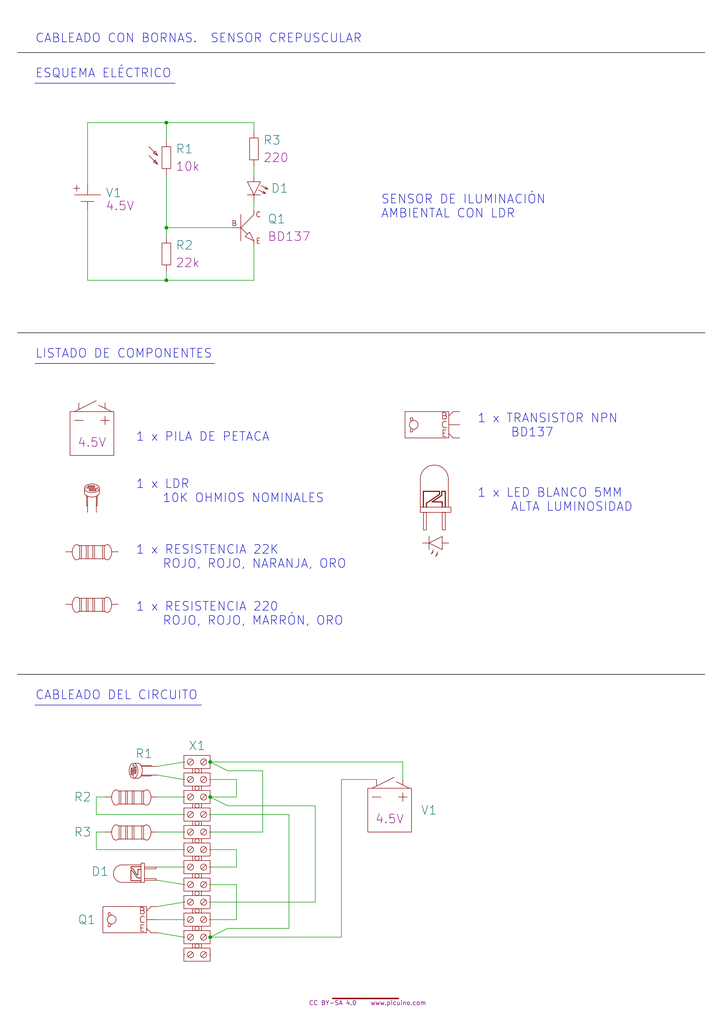
<source format=kicad_sch>
(kicad_sch (version 20211123) (generator eeschema)
  (paper "A4" portrait)
  (title_block (title "Circuitos eléctricos. Cableado con bornas.") (date "14/12/2018") (company "www.picuino.com") (comment 1 "Copyright (c) 2018 by Carlos Pardo") (comment 2 "License CC BY-SA 4.0"))
  (lib_symbols
    (symbol "electric-bornas-crepuscular-rescue:CopyRight-simbolos" (pin_names (offset 1.016))
      (property "License" "Licencia CC BY-SA 4.0" (at 9.525 5.715 0))
      (property "Author" "Carlos Pardo" (at 7.62 3.81 0))
      (property "Date" "© 2018" (at -1.27 3.81 0))
      (property "Web" "www.picuino.com" (at 9.525 1.905 0))
      (symbol "CopyRight-simbolos_0_1"
        (polyline (pts (xy 0 0) (xy 19.05 0)) (stroke (width 0.4064)))
      )
    )
    (symbol "electric-bornas-crepuscular-rescue:LDR-simbolos" (pin_names (offset 1.016))
      (property "Reference" "R" (at 1.905 -5.08 0))
      (symbol "LDR-simbolos_0_1"
        (rectangle (start -1.27 -1.905) (end 1.27 -8.255))
        (polyline (pts (xy -2.54 -6.985) (xy -5.08 -4.445)))
        (polyline (pts (xy -2.54 -4.445) (xy -5.08 -1.905)))
        (polyline (pts (xy -2.54 -6.985) (xy -3.175 -5.715) (xy -3.81 -6.35) (xy -2.54 -6.985)))
        (polyline (pts (xy -2.54 -4.445) (xy -3.175 -3.175) (xy -3.81 -3.81) (xy -2.54 -4.445)))
      )
      (symbol "LDR-simbolos_1_1"
        (pin input line (at 0 -10.16 90) (length 1.905) (name "") (number ""))
        (pin input line (at 0 0 270) (length 1.905) (name "") (number ""))
      )
    )
    (symbol "electric-bornas-crepuscular-rescue:LDR_pack-simbolos" (pin_names (offset 1.016))
      (property "Reference" "R" (at 6.731 12.065 0))
      (symbol "LDR_pack-simbolos_0_0"
        (arc (start -0.889 5.715) (mid -0.8284 5.3707) (end -0.635 5.08))
        (arc (start -0.635 5.08) (mid 1.27 4.445) (end 3.175 5.08))
        (arc (start -0.635 6.35) (mid 1.27 5.715) (end 3.175 6.35))
        (arc (start -0.635 7.62) (mid -0.898 6.985) (end -0.635 6.35))
        (arc (start -0.127 6.985) (mid -0.3048 7.1628) (end -0.508 6.985))
        (polyline (pts (xy -0.889 5.715) (xy -0.889 6.985)))
        (polyline (pts (xy 0 4.699) (xy 0 1.905)))
        (polyline (pts (xy 2.54 1.905) (xy 2.54 4.699)))
        (polyline (pts (xy 2.794 6.731) (xy 2.794 6.858)))
        (polyline (pts (xy 3.429 5.715) (xy 3.429 6.985)))
        (polyline (pts (xy 0 1.905) (xy -0.254 1.905) (xy -0.254 4.826)))
        (polyline (pts (xy 2.54 1.905) (xy 2.794 1.905) (xy 2.794 4.826)))
        (arc (start 3.048 6.985) (mid 2.8702 7.1628) (end 2.667 6.985))
        (arc (start 3.175 5.08) (mid 3.3787 5.3665) (end 3.429 5.715))
        (arc (start 3.175 6.35) (mid 3.438 6.985) (end 3.175 7.62))
        (arc (start 3.175 7.62) (mid 1.27 8.255) (end -0.635 7.62))
      )
      (symbol "LDR_pack-simbolos_0_1"
        (polyline (pts (xy 0.127 6.985) (xy 0.127 7.62) (xy 0.508 7.747) (xy 0.508 6.35) (xy 0.889 6.223) (xy 0.889 7.747) (xy 1.27 7.747) (xy 1.27 6.223)) (stroke (width 0.2032)))
        (polyline (pts (xy 2.413 6.985) (xy 2.413 6.35) (xy 2.032 6.223) (xy 2.032 7.62) (xy 1.651 7.747) (xy 1.651 6.223) (xy 1.27 6.223) (xy 1.27 7.747)) (stroke (width 0.2032)))
      )
      (symbol "LDR_pack-simbolos_1_1"
        (pin input line (at 0 0 90) (length 1.905) (name "") (number ""))
        (pin input line (at 2.54 0 90) (length 1.905) (name "") (number ""))
      )
    )
    (symbol "electric-bornas-crepuscular-rescue:LED_pack-simbolos" (pin_names (offset 1.016))
      (property "Reference" "D" (at 8.89 5.08 0))
      (symbol "LED_pack-simbolos_0_1"
        (polyline (pts (xy 0 0) (xy 0 9.652)))
        (polyline (pts (xy 2.54 -8.89) (xy 0.635 -8.89)))
        (polyline (pts (xy 2.54 -6.985) (xy 2.54 -10.795)))
        (polyline (pts (xy 3.175 -12.065) (xy 3.81 -11.43)))
        (polyline (pts (xy 3.81 -10.795) (xy 3.175 -12.065)))
        (polyline (pts (xy 4.445 -12.7) (xy 5.08 -12.065)))
        (polyline (pts (xy 5.08 -11.43) (xy 4.445 -12.7)))
        (polyline (pts (xy 6.35 -8.89) (xy 8.255 -8.89)))
        (polyline (pts (xy 8.128 1.524) (xy 8.128 9.652)))
        (polyline (pts (xy 0 1.524) (xy 8.89 1.524) (xy 8.89 0) (xy 0 0)))
        (polyline (pts (xy 6.35 -6.985) (xy 6.35 -10.795) (xy 2.54 -8.89) (xy 6.35 -6.985)))
        (polyline (pts (xy 0.889 1.524) (xy 0.889 6.096) (xy 5.588 6.096) (xy 5.588 5.207) (xy 1.778 2.667) (xy 1.778 1.524)) (stroke (width 0.3048)))
        (polyline (pts (xy 7.239 1.524) (xy 7.239 6.096) (xy 6.223 6.096) (xy 6.223 4.953) (xy 3.429 3.048) (xy 6.35 3.048) (xy 6.35 1.524)) (stroke (width 0.3048)))
        (rectangle (start 0.889 0) (end 1.778 -5.08))
        (rectangle (start 6.35 0) (end 7.239 -5.08))
        (arc (start 8.128 9.652) (mid 4.064 13.716) (end 0 9.652))
      )
    )
    (symbol "electric-bornas-crepuscular-rescue:LED_pack_5mm-simbolos" (pin_names (offset 1.016))
      (property "Reference" "D" (at 5.08 7.62 0))
      (symbol "LED_pack_5mm-simbolos_0_1"
        (polyline (pts (xy -0.635 10.287) (xy -0.635 4.826)))
        (polyline (pts (xy 0 1.905) (xy 0 3.81)))
        (polyline (pts (xy 3.81 1.905) (xy 3.81 3.81)))
        (polyline (pts (xy 4.445 10.287) (xy 4.445 4.826)))
        (polyline (pts (xy 0 0.508) (xy 0.508 0.508) (xy 0.508 3.81)))
        (polyline (pts (xy 3.81 0.508) (xy 3.302 0.508) (xy 3.302 3.81)))
        (polyline (pts (xy -0.127 4.826) (xy -0.127 7.747) (xy 2.921 7.747) (xy 2.921 7.493) (xy 0.635 5.842) (xy 0.635 4.826)) (stroke (width 0.2032)))
        (polyline (pts (xy 4.445 4.826) (xy -0.635 4.826) (xy -0.635 3.81) (xy 4.953 3.81) (xy 4.953 4.826) (xy 4.445 4.826)))
        (polyline (pts (xy 3.937 4.826) (xy 3.937 7.747) (xy 3.429 7.747) (xy 3.429 7.239) (xy 1.524 5.969) (xy 1.524 5.715) (xy 3.175 5.715) (xy 3.175 4.826)) (stroke (width 0.2032)))
        (arc (start 4.445 10.287) (mid 1.905 12.827) (end -0.635 10.287))
      )
      (symbol "LED_pack_5mm-simbolos_1_1"
        (pin input line (at 0 0 90) (length 1.905) (name "") (number ""))
        (pin input line (at 3.81 0 90) (length 1.905) (name "") (number ""))
      )
    )
    (symbol "electric-bornas-crepuscular-rescue:NPN-simbolos" (pin_names (offset 1.016))
      (property "Reference" "Q" (at 6.985 -5.08 0))
      (symbol "NPN-simbolos_0_0"
        (polyline (pts (xy 4.445 -6.985) (xy 2.54 -5.08)))
        (polyline (pts (xy 6.35 -8.89) (xy 5.08 -6.35) (xy 3.81 -7.62) (xy 6.35 -8.89)))
        (text "B" (at 0.635 -3.81 0) (effects (font (size 1.524 1.524))))
        (text "C" (at 7.62 -1.27 0) (effects (font (size 1.524 1.524))))
        (text "E" (at 7.62 -8.89 0) (effects (font (size 1.524 1.524))))
      )
      (symbol "NPN-simbolos_0_1"
        (polyline (pts (xy 2.54 -5.08) (xy 6.35 -1.27)))
        (polyline (pts (xy 2.54 -1.27) (xy 2.54 -8.89)))
      )
      (symbol "NPN-simbolos_1_1"
        (pin input line (at 0 -5.08 0) (length 2.54) (name "") (number ""))
        (pin input line (at 6.35 -10.16 90) (length 1.27) (name "") (number ""))
        (pin input line (at 6.35 0 270) (length 1.27) (name "") (number ""))
      )
    )
    (symbol "electric-bornas-crepuscular-rescue:Pila-simbolos" (pin_names (offset 1.016))
      (property "Reference" "V" (at 5.08 -4.445 0))
      (symbol "Pila-simbolos_0_1"
        (polyline (pts (xy -4.064 -1.27) (xy -2.286 -1.27)))
        (polyline (pts (xy -3.81 -3.175) (xy 3.81 -3.175)))
        (polyline (pts (xy -3.175 -0.381) (xy -3.175 -2.159)))
        (polyline (pts (xy -1.905 -5.08) (xy 1.905 -5.08)))
      )
      (symbol "Pila-simbolos_1_1"
        (pin input line (at 0 -7.62 90) (length 2.54) (name "") (number ""))
        (pin input line (at 0 0 270) (length 3.175) (name "") (number ""))
      )
    )
    (symbol "electric-bornas-crepuscular-rescue:TO225_pack-simbolos" (pin_names (offset 1.016))
      (property "Reference" "Q" (at -12.065 6.35 0))
      (symbol "TO225_pack-simbolos_0_0"
        (rectangle (start -15.875 -3.81) (end -3.175 3.81))
        (arc (start -14.351 -1.651) (mid -14.1523 -2.1064) (end -13.716 -1.905))
        (arc (start -13.716 1.905) (mid -14.1436 2.0845) (end -14.351 1.651))
        (circle (center -13.335 0) (radius 1.27))
        (polyline (pts (xy -14.097 -1.016) (xy -14.351 -1.651)))
        (polyline (pts (xy -14.097 1.016) (xy -14.351 1.651)))
        (polyline (pts (xy -13.462 -1.27) (xy -13.716 -1.905)))
        (polyline (pts (xy -13.462 1.27) (xy -13.716 1.905)))
        (polyline (pts (xy -1.905 -3.81) (xy -3.175 -2.54)))
        (polyline (pts (xy -1.905 0) (xy -3.175 0)))
        (polyline (pts (xy -1.905 3.81) (xy -3.175 2.54)))
        (text "B" (at -4.445 2.54 0) (effects (font (size 1.905 1.905))))
        (text "C" (at -4.445 0 0) (effects (font (size 1.905 1.905))))
        (text "E" (at -4.445 -2.54 0) (effects (font (size 1.905 1.905))))
      )
      (symbol "TO225_pack-simbolos_1_1"
        (pin input line (at 0 -3.81 180) (length 1.905) (name "") (number ""))
        (pin input line (at 0 0 180) (length 1.905) (name "") (number ""))
        (pin input line (at 0 3.81 180) (length 1.905) (name "") (number ""))
      )
    )
    (symbol "electric-bornas-crepuscular-rescue:borna_12x2-simbolos" (pin_names (offset 1.016))
      (property "Reference" "X" (at 3.81 3.81 0))
      (symbol "borna_12x2-simbolos_0_1"
        (rectangle (start 0 -53.975) (end 7.62 -57.785))
        (rectangle (start 0 -48.895) (end 7.62 -52.705))
        (rectangle (start 0 -43.815) (end 7.62 -47.625))
        (rectangle (start 0 -38.735) (end 7.62 -42.545))
        (rectangle (start 0 -33.655) (end 7.62 -37.465))
        (rectangle (start 0 -28.575) (end 7.62 -32.385))
        (rectangle (start 0 -23.495) (end 7.62 -27.305))
        (rectangle (start 0 -18.415) (end 7.62 -22.225))
        (rectangle (start 0 -13.335) (end 7.62 -17.145))
        (rectangle (start 0 -8.255) (end 7.62 -12.065))
        (rectangle (start 0 -3.175) (end 7.62 -6.985))
        (polyline (pts (xy 1.27 -56.515) (xy 2.54 -55.245)))
        (polyline (pts (xy 1.27 -51.435) (xy 2.54 -50.165)))
        (polyline (pts (xy 1.27 -46.355) (xy 2.54 -45.085)))
        (polyline (pts (xy 1.27 -41.275) (xy 2.54 -40.005)))
        (polyline (pts (xy 1.27 -36.195) (xy 2.54 -34.925)))
        (polyline (pts (xy 1.27 -31.115) (xy 2.54 -29.845)))
        (polyline (pts (xy 1.27 -26.035) (xy 2.54 -24.765)))
        (polyline (pts (xy 1.27 -20.955) (xy 2.54 -19.685)))
        (polyline (pts (xy 1.27 -15.875) (xy 2.54 -14.605)))
        (polyline (pts (xy 1.27 -10.795) (xy 2.54 -9.525)))
        (polyline (pts (xy 1.27 -5.715) (xy 2.54 -4.445)))
        (polyline (pts (xy 1.27 -0.635) (xy 2.54 0.635)))
        (polyline (pts (xy 2.54 -53.975) (xy 2.54 -52.705)))
        (polyline (pts (xy 2.54 -48.895) (xy 2.54 -47.625)))
        (polyline (pts (xy 2.54 -43.815) (xy 2.54 -42.545)))
        (polyline (pts (xy 2.54 -38.735) (xy 2.54 -37.465)))
        (polyline (pts (xy 2.54 -33.655) (xy 2.54 -32.385)))
        (polyline (pts (xy 2.54 -28.575) (xy 2.54 -27.305)))
        (polyline (pts (xy 2.54 -23.495) (xy 2.54 -22.225)))
        (polyline (pts (xy 2.54 -18.415) (xy 2.54 -17.145)))
        (polyline (pts (xy 2.54 -13.335) (xy 2.54 -12.065)))
        (polyline (pts (xy 2.54 -8.255) (xy 2.54 -6.985)))
        (polyline (pts (xy 2.54 -3.175) (xy 2.54 -1.905)))
        (polyline (pts (xy 5.08 -56.515) (xy 6.35 -55.245)))
        (polyline (pts (xy 5.08 -53.975) (xy 5.08 -52.705)))
        (polyline (pts (xy 5.08 -51.435) (xy 6.35 -50.165)))
        (polyline (pts (xy 5.08 -48.895) (xy 5.08 -47.625)))
        (polyline (pts (xy 5.08 -46.355) (xy 6.35 -45.085)))
        (polyline (pts (xy 5.08 -43.815) (xy 5.08 -42.545)))
        (polyline (pts (xy 5.08 -41.275) (xy 6.35 -40.005)))
        (polyline (pts (xy 5.08 -38.735) (xy 5.08 -37.465)))
        (polyline (pts (xy 5.08 -36.195) (xy 6.35 -34.925)))
        (polyline (pts (xy 5.08 -33.655) (xy 5.08 -32.385)))
        (polyline (pts (xy 5.08 -31.115) (xy 6.35 -29.845)))
        (polyline (pts (xy 5.08 -28.575) (xy 5.08 -27.305)))
        (polyline (pts (xy 5.08 -26.035) (xy 6.35 -24.765)))
        (polyline (pts (xy 5.08 -23.495) (xy 5.08 -22.225)))
        (polyline (pts (xy 5.08 -20.955) (xy 6.35 -19.685)))
        (polyline (pts (xy 5.08 -18.415) (xy 5.08 -17.145)))
        (polyline (pts (xy 5.08 -15.875) (xy 6.35 -14.605)))
        (polyline (pts (xy 5.08 -13.335) (xy 5.08 -12.065)))
        (polyline (pts (xy 5.08 -10.795) (xy 6.35 -9.525)))
        (polyline (pts (xy 5.08 -8.255) (xy 5.08 -6.985)))
        (polyline (pts (xy 5.08 -5.715) (xy 6.35 -4.445)))
        (polyline (pts (xy 5.08 -3.175) (xy 5.08 -1.905)))
        (polyline (pts (xy 5.08 -0.635) (xy 6.35 0.635)))
        (rectangle (start 0 1.905) (end 7.62 -1.905))
        (circle (center 1.905 -55.88) (radius 0.889))
        (circle (center 1.905 -50.8) (radius 0.889))
        (circle (center 1.905 -45.72) (radius 0.889))
        (circle (center 1.905 -40.64) (radius 0.889))
        (circle (center 1.905 -35.56) (radius 0.889))
        (circle (center 1.905 -30.48) (radius 0.889))
        (circle (center 1.905 -25.4) (radius 0.889))
        (circle (center 1.905 -20.32) (radius 0.889))
        (circle (center 1.905 -15.24) (radius 0.889))
        (circle (center 1.905 -10.16) (radius 0.889))
        (circle (center 1.905 -5.08) (radius 0.889))
        (circle (center 1.905 0) (radius 0.889))
        (circle (center 3.81 -53.34) (radius 0.635))
        (circle (center 3.81 -48.26) (radius 0.635))
        (circle (center 3.81 -43.18) (radius 0.635))
        (circle (center 3.81 -38.1) (radius 0.635))
        (circle (center 3.81 -33.02) (radius 0.635))
        (circle (center 3.81 -27.94) (radius 0.635))
        (circle (center 3.81 -22.86) (radius 0.635))
        (circle (center 3.81 -17.78) (radius 0.635))
        (circle (center 3.81 -12.7) (radius 0.635))
        (circle (center 3.81 -7.62) (radius 0.635))
        (circle (center 3.81 -2.54) (radius 0.635))
        (circle (center 5.715 -55.88) (radius 0.889))
        (circle (center 5.715 -50.8) (radius 0.889))
        (circle (center 5.715 -45.72) (radius 0.889))
        (circle (center 5.715 -40.64) (radius 0.889))
        (circle (center 5.715 -35.56) (radius 0.889))
        (circle (center 5.715 -30.48) (radius 0.889))
        (circle (center 5.715 -25.4) (radius 0.889))
        (circle (center 5.715 -20.32) (radius 0.889))
        (circle (center 5.715 -15.24) (radius 0.889))
        (circle (center 5.715 -10.16) (radius 0.889))
        (circle (center 5.715 -5.08) (radius 0.889))
        (circle (center 5.715 0) (radius 0.889))
      )
      (symbol "borna_12x2-simbolos_1_1"
        (pin input line (at 0 -55.88 0) (length 0.254) (name "") (number ""))
        (pin input line (at 0 -50.8 0) (length 0.254) (name "") (number ""))
        (pin input line (at 0 -45.72 0) (length 0.254) (name "") (number ""))
        (pin input line (at 0 -40.64 0) (length 0.254) (name "") (number ""))
        (pin input line (at 0 -35.56 0) (length 0.254) (name "") (number ""))
        (pin input line (at 0 -30.48 0) (length 0.254) (name "") (number ""))
        (pin input line (at 0 -25.4 0) (length 0.254) (name "") (number ""))
        (pin input line (at 0 -20.32 0) (length 0.254) (name "") (number ""))
        (pin input line (at 0 -15.24 0) (length 0.254) (name "") (number ""))
        (pin input line (at 0 -10.16 0) (length 0.254) (name "") (number ""))
        (pin input line (at 0 -5.08 0) (length 0.254) (name "") (number ""))
        (pin input line (at 0 0 0) (length 0.254) (name "") (number ""))
        (pin input line (at 7.62 -55.88 180) (length 0.254) (name "") (number ""))
        (pin input line (at 7.62 -50.8 180) (length 0.254) (name "") (number ""))
        (pin input line (at 7.62 -45.72 180) (length 0.254) (name "") (number ""))
        (pin input line (at 7.62 -40.64 180) (length 0.254) (name "") (number ""))
        (pin input line (at 7.62 -35.56 180) (length 0.254) (name "") (number ""))
        (pin input line (at 7.62 -30.48 180) (length 0.254) (name "") (number ""))
        (pin input line (at 7.62 -25.4 180) (length 0.254) (name "") (number ""))
        (pin input line (at 7.62 -20.32 180) (length 0.254) (name "") (number ""))
        (pin input line (at 7.62 -15.24 180) (length 0.254) (name "") (number ""))
        (pin input line (at 7.62 -10.16 180) (length 0.254) (name "") (number ""))
        (pin input line (at 7.62 -5.08 180) (length 0.254) (name "") (number ""))
        (pin input line (at 7.62 0 180) (length 0.254) (name "") (number ""))
      )
    )
    (symbol "electric-bornas-crepuscular-rescue:diodo_led-simbolos" (pin_names (offset 1.016))
      (property "Reference" "D" (at 5.08 -3.81 0))
      (symbol "diodo_led-simbolos_0_1"
        (polyline (pts (xy 1.397 -4.318) (xy 3.429 -5.334)))
        (polyline (pts (xy 1.905 -5.715) (xy -1.905 -5.715)))
        (polyline (pts (xy 2.032 -3.048) (xy 4.064 -4.064)))
        (polyline (pts (xy 3.429 -5.334) (xy 2.3622 -5.1816)))
        (polyline (pts (xy 3.429 -5.334) (xy 2.667 -4.572)))
        (polyline (pts (xy 4.064 -4.064) (xy 2.9972 -3.9116)))
        (polyline (pts (xy 4.064 -4.064) (xy 3.302 -3.302)))
        (polyline (pts (xy 1.905 -1.905) (xy -1.905 -1.905) (xy 0 -5.715) (xy 1.905 -1.905)))
      )
      (symbol "diodo_led-simbolos_1_1"
        (pin input line (at 0 -7.62 90) (length 1.905) (name "") (number ""))
        (pin input line (at 0 0 270) (length 1.905) (name "") (number ""))
      )
    )
    (symbol "electric-bornas-crepuscular-rescue:pila_petaca-simbolos" (pin_names (offset 1.016))
      (property "Reference" "V" (at 11.43 -8.89 0))
      (property "V" "4.5V" (at 3.81 -12.7 0))
      (symbol "pila_petaca-simbolos_0_1"
        (rectangle (start -2.54 -2.54) (end 10.16 -15.24))
        (polyline (pts (xy -1.27 -5.08) (xy 1.27 -5.08)))
        (polyline (pts (xy -1.27 -2.54) (xy 5.08 0.635)))
        (polyline (pts (xy 7.62 -3.81) (xy 7.62 -6.35)))
        (polyline (pts (xy 8.89 -5.08) (xy 6.35 -5.08)))
        (polyline (pts (xy 9.525 -2.54) (xy 5.715 -0.635)))
      )
      (symbol "pila_petaca-simbolos_1_1"
        (pin input line (at 0 0 270) (length 1.905) (name "") (number ""))
        (pin input line (at 7.62 0 270) (length 1.524) (name "") (number ""))
      )
    )
    (symbol "electric-bornas-crepuscular-rescue:resistencia-simbolos" (pin_names (offset 1.016))
      (property "Reference" "R" (at 1.905 -5.08 0))
      (symbol "resistencia-simbolos_0_1"
        (rectangle (start -1.27 -1.905) (end 1.27 -8.255))
      )
      (symbol "resistencia-simbolos_1_1"
        (pin input line (at 0 -10.16 90) (length 1.905) (name "") (number ""))
        (pin input line (at 0 0 270) (length 1.905) (name "") (number ""))
      )
    )
    (symbol "electric-bornas-crepuscular-rescue:resistencia_pack-simbolos" (pin_names (offset 1.016))
      (property "Reference" "R" (at 6.35 3.81 0))
      (property "R" "100" (at 6.985 3.81 0))
      (symbol "resistencia_pack-simbolos_0_1"
        (polyline (pts (xy 3.81 -2.032) (xy 11.43 -2.032)))
        (polyline (pts (xy 3.81 1.778) (xy 11.43 1.778)))
        (polyline (pts (xy 4.064 1.778) (xy 4.064 -2.032)))
        (polyline (pts (xy 4.572 1.778) (xy 4.572 -2.032)))
        (polyline (pts (xy 5.969 1.778) (xy 5.969 -2.032)))
        (polyline (pts (xy 6.477 1.778) (xy 6.477 -2.032)))
        (polyline (pts (xy 7.874 1.778) (xy 7.874 -2.032)))
        (polyline (pts (xy 8.382 1.778) (xy 8.382 -2.032)))
        (polyline (pts (xy 10.668 1.778) (xy 10.668 -2.032)))
        (polyline (pts (xy 11.176 1.778) (xy 11.176 -2.032)))
        (arc (start 2.54 -2.032) (mid 3.175 -2.3372) (end 3.81 -2.032))
        (arc (start 2.54 1.778) (mid 1.905 -0.127) (end 2.54 -2.032))
        (arc (start 3.81 1.778) (mid 3.175 2.0832) (end 2.54 1.778))
        (arc (start 11.43 -2.032) (mid 12.065 -2.3372) (end 12.7 -2.032))
        (arc (start 12.7 -2.032) (mid 13.335 -0.127) (end 12.7 1.778))
        (arc (start 12.7 1.778) (mid 12.065 2.0832) (end 11.43 1.778))
      )
      (symbol "resistencia_pack-simbolos_1_1"
        (pin input line (at 0 0 0) (length 1.905) (name "") (number ""))
        (pin input line (at 15.24 0 180) (length 1.905) (name "") (number ""))
      )
    )
  )
  (junction (at 48.26 66.04))
  (junction (at 48.26 35.56))
  (junction (at 60.96 271.78))
  (junction (at 48.26 81.28))
  (junction (at 60.96 220.98))
  (junction (at 60.96 231.14))
  (wire (pts (xy 27.94 231.14) (xy 30.48 231.14)))
  (wire (pts (xy 60.96 231.14) (xy 66.04 233.68)))
  (wire (pts (xy 68.58 256.54) (xy 68.58 266.7)))
  (polyline (pts (xy 5.08 96.52) (xy 204.47 96.52)) (stroke (width 0) (type solid) (color 0 0 0 1)))
  (wire (pts (xy 53.34 246.38) (xy 27.94 246.38)))
  (wire (pts (xy 60.96 220.98) (xy 116.84 220.98)))
  (wire (pts (xy 48.26 35.56) (xy 73.66 35.56)))
  (wire (pts (xy 60.96 246.38) (xy 68.58 246.38)))
  (wire (pts (xy 53.34 266.7) (xy 45.72 266.7)))
  (wire (pts (xy 60.96 220.98) (xy 66.04 223.52)))
  (wire (pts (xy 48.26 81.28) (xy 73.66 81.28)))
  (wire (pts (xy 68.58 246.38) (xy 68.58 251.46)))
  (wire (pts (xy 53.34 261.62) (xy 45.72 262.89)))
  (wire (pts (xy 53.34 226.06) (xy 45.72 224.79)))
  (wire (pts (xy 73.66 60.96) (xy 73.66 58.42)))
  (polyline (pts (xy 5.08 195.58) (xy 204.47 195.58)) (stroke (width 0) (type solid) (color 0 0 0 1)))
  (wire (pts (xy 76.2 241.3) (xy 60.96 241.3)))
  (wire (pts (xy 48.26 50.8) (xy 48.26 66.04)))
  (wire (pts (xy 45.72 241.3) (xy 53.34 241.3)))
  (wire (pts (xy 66.04 233.68) (xy 91.44 233.68)))
  (wire (pts (xy 27.94 246.38) (xy 27.94 241.3)))
  (wire (pts (xy 53.34 271.78) (xy 45.72 270.51)))
  (polyline (pts (xy 10.16 105.41) (xy 62.23 105.41)) (stroke (width 0) (type solid)))
  (wire (pts (xy 45.72 222.25) (xy 53.34 220.98)))
  (wire (pts (xy 53.34 236.22) (xy 27.94 236.22)))
  (wire (pts (xy 91.44 233.68) (xy 91.44 261.62)))
  (wire (pts (xy 116.84 226.06) (xy 116.84 220.98)))
  (wire (pts (xy 99.06 226.06) (xy 109.22 226.06)))
  (wire (pts (xy 25.4 35.56) (xy 48.26 35.56)))
  (wire (pts (xy 25.4 35.56) (xy 25.4 53.34)))
  (wire (pts (xy 66.04 223.52) (xy 76.2 223.52)))
  (polyline (pts (xy 10.16 24.13) (xy 50.8 24.13)) (stroke (width 0) (type solid)))
  (wire (pts (xy 48.26 81.28) (xy 48.26 78.74)))
  (wire (pts (xy 68.58 231.14) (xy 60.96 231.14)))
  (wire (pts (xy 45.72 251.46) (xy 53.34 251.46)))
  (wire (pts (xy 66.04 269.24) (xy 60.96 271.78)))
  (wire (pts (xy 60.96 226.06) (xy 68.58 226.06)))
  (wire (pts (xy 68.58 266.7) (xy 60.96 266.7)))
  (wire (pts (xy 73.66 38.1) (xy 73.66 35.56)))
  (wire (pts (xy 27.94 236.22) (xy 27.94 231.14)))
  (wire (pts (xy 60.96 236.22) (xy 83.82 236.22)))
  (polyline (pts (xy 5.08 15.24) (xy 204.47 15.24)) (stroke (width 0) (type solid) (color 0 0 0 1)))
  (wire (pts (xy 27.94 241.3) (xy 30.48 241.3)))
  (wire (pts (xy 53.34 256.54) (xy 45.72 255.27)))
  (wire (pts (xy 60.96 256.54) (xy 68.58 256.54)))
  (polyline (pts (xy 10.16 204.47) (xy 58.42 204.47)) (stroke (width 0) (type solid)))
  (wire (pts (xy 25.4 60.96) (xy 25.4 81.28)))
  (wire (pts (xy 68.58 251.46) (xy 60.96 251.46)))
  (wire (pts (xy 48.26 66.04) (xy 67.31 66.04)))
  (wire (pts (xy 99.06 226.06) (xy 99.06 271.78)))
  (wire (pts (xy 25.4 81.28) (xy 48.26 81.28)))
  (wire (pts (xy 68.58 226.06) (xy 68.58 231.14)))
  (wire (pts (xy 76.2 223.52) (xy 76.2 241.3)))
  (wire (pts (xy 60.96 271.78) (xy 99.06 271.78)))
  (wire (pts (xy 83.82 236.22) (xy 83.82 269.24)))
  (wire (pts (xy 48.26 40.64) (xy 48.26 35.56)))
  (wire (pts (xy 48.26 66.04) (xy 48.26 68.58)))
  (wire (pts (xy 45.72 231.14) (xy 53.34 231.14)))
  (wire (pts (xy 91.44 261.62) (xy 60.96 261.62)))
  (wire (pts (xy 73.66 50.8) (xy 73.66 48.26)))
  (wire (pts (xy 83.82 269.24) (xy 66.04 269.24)))
  (wire (pts (xy 73.66 71.12) (xy 73.66 81.28)))
  (text "CABLEADO DEL CIRCUITO" (at 10.16 203.2 0) (effects (font (size 2.54 2.54)) (justify left bottom)))
  (text "CABLEADO CON BORNAS.  SENSOR CREPUSCULAR" (at 10.16 12.7 0) (effects (font (size 2.54 2.54)) (justify left bottom)))
  (text "1 x RESISTENCIA 22K\n    ROJO, ROJO, NARANJA, ORO" (at 39.37 165.1 0) (effects (font (size 2.54 2.54)) (justify left bottom)))
  (text "1 x LED BLANCO 5MM\n     ALTA LUMINOSIDAD" (at 138.43 148.59 0) (effects (font (size 2.54 2.54)) (justify left bottom)))
  (text "1 x PILA DE PETACA" (at 39.37 128.27 0) (effects (font (size 2.54 2.54)) (justify left bottom)))
  (text "LISTADO DE COMPONENTES" (at 10.16 104.14 0) (effects (font (size 2.54 2.54)) (justify left bottom)))
  (text "SENSOR DE ILUMINACIÓN \nAMBIENTAL CON LDR" (at 110.49 63.5 0) (effects (font (size 2.54 2.54)) (justify left bottom)))
  (text "ESQUEMA ELÉCTRICO" (at 10.16 22.86 0) (effects (font (size 2.54 2.54)) (justify left bottom)))
  (text "1 x LDR \n    10K OHMIOS NOMINALES" (at 39.37 146.05 0) (effects (font (size 2.54 2.54)) (justify left bottom)))
  (text "1 x TRANSISTOR NPN\n     BD137" (at 138.43 127 0) (effects (font (size 2.54 2.54)) (justify left bottom)))
  (text "1 x RESISTENCIA 220\n    ROJO, ROJO, MARRÓN, ORO" (at 39.37 181.61 0) (effects (font (size 2.54 2.54)) (justify left bottom)))
  (symbol (lib_id "electric-bornas-crepuscular-rescue:CopyRight-simbolos") (at 96.52 289.56 0) (unit 1)
    (property "Reference" "CP1" (effects hide))
    (property "Value" "CopyRight" (effects hide))
    (property "License" "CC BY-SA 4.0" (at 96.52 290.83 0))
    (property "Web" "www.picuino.com" (at 115.57 290.83 0))
  )
  (symbol (lib_id "electric-bornas-crepuscular-rescue:Pila-simbolos") (at 25.4 53.34 0) (unit 1)
    (property "Reference" "V1" (at 30.48 55.88 0) (effects (font (size 2.54 2.54)) (justify left)))
    (property "Value" "Pila" (effects hide))
    (property "V" "4.5V" (at 30.48 59.69 0) (effects (font (size 2.54 2.54)) (justify left)))
  )
  (symbol (lib_id "electric-bornas-crepuscular-rescue:LDR-simbolos") (at 48.26 40.64 0) (unit 1)
    (property "Reference" "R1" (at 50.8 43.18 0) (effects (font (size 2.54 2.54)) (justify left)))
    (property "Value" "LDR" (effects hide))
    (property "R" "10k" (at 50.8 48.26 0) (effects (font (size 2.54 2.54)) (justify left)))
  )
  (symbol (lib_id "electric-bornas-crepuscular-rescue:resistencia-simbolos") (at 48.26 68.58 0) (unit 1)
    (property "Reference" "R2" (at 50.8 71.12 0) (effects (font (size 2.54 2.54)) (justify left)))
    (property "Value" "resistencia" (effects hide))
    (property "R" "22k" (at 50.8 76.2 0) (effects (font (size 2.54 2.54)) (justify left)))
  )
  (symbol (lib_id "electric-bornas-crepuscular-rescue:resistencia-simbolos") (at 73.66 38.1 0) (unit 1)
    (property "Reference" "R3" (at 76.2 40.64 0) (effects (font (size 2.54 2.54)) (justify left)))
    (property "Value" "resistencia" (effects hide))
    (property "R" "220" (at 76.2 45.72 0) (effects (font (size 2.54 2.54)) (justify left)))
  )
  (symbol (lib_id "electric-bornas-crepuscular-rescue:diodo_led-simbolos") (at 73.66 50.8 0) (unit 1)
    (property "Reference" "D1" (at 78.4352 54.61 0) (effects (font (size 2.54 2.54)) (justify left)))
    (property "Value" "diodo_led" (effects hide))
  )
  (symbol (lib_id "electric-bornas-crepuscular-rescue:NPN-simbolos") (at 67.31 60.96 0) (unit 1)
    (property "Reference" "Q1" (at 77.47 63.5 0) (effects (font (size 2.54 2.54)) (justify left)))
    (property "Value" "NPN" (effects hide))
    (property "REF" "BD137" (at 77.47 68.58 0) (effects (font (size 2.54 2.54)) (justify left)))
  )
  (symbol (lib_id "electric-bornas-crepuscular-rescue:borna_12x2-simbolos") (at 53.34 220.98 0) (unit 1)
    (property "Reference" "X1" (at 57.15 216.2556 0) (effects (font (size 2.54 2.54))))
    (property "Value" "borna_12x2" (effects hide))
  )
  (symbol (lib_id "electric-bornas-crepuscular-rescue:LDR_pack-simbolos") (at 45.72 224.79 90) (unit 1)
    (property "Reference" "R1" (at 41.7576 218.5416 90) (effects (font (size 2.54 2.54))))
    (property "Value" "LDR_pack" (effects hide))
  )
  (symbol (lib_id "electric-bornas-crepuscular-rescue:LED_pack_5mm-simbolos") (at 45.72 255.27 90) (unit 1)
    (property "Reference" "D1" (at 31.75 252.73 90) (effects (font (size 2.54 2.54)) (justify left)))
    (property "Value" "LED_pack_5mm" (effects hide))
  )
  (symbol (lib_id "electric-bornas-crepuscular-rescue:TO225_pack-simbolos") (at 45.72 266.7 0) (unit 1)
    (property "Reference" "Q1" (at 27.94 266.7 0) (effects (font (size 2.54 2.54)) (justify right)))
    (property "Value" "TO225_pack" (effects hide))
  )
  (symbol (lib_id "electric-bornas-crepuscular-rescue:pila_petaca-simbolos") (at 109.22 226.06 0) (unit 1)
    (property "Reference" "V1" (at 121.92 234.95 0) (effects (font (size 2.54 2.54)) (justify left)))
    (property "Value" "pila_petaca" (effects hide))
    (property "V" "4.5V" (at 113.03 237.49 0) (effects (font (size 2.54 2.54))))
  )
  (symbol (lib_id "electric-bornas-crepuscular-rescue:resistencia_pack-simbolos") (at 30.48 241.3 0) (unit 1)
    (property "Reference" "R3" (at 26.67 241.3 0) (effects (font (size 2.54 2.54)) (justify right)))
    (property "Value" "resistencia_pack" (effects hide))
    (property "R" "100" (effects hide))
  )
  (symbol (lib_id "electric-bornas-crepuscular-rescue:resistencia_pack-simbolos") (at 30.48 231.14 0) (unit 1)
    (property "Reference" "R2" (at 26.67 231.14 0) (effects (font (size 2.54 2.54)) (justify right)))
    (property "Value" "resistencia_pack" (effects hide))
    (property "R" "100" (effects hide))
  )
  (symbol (lib_id "electric-bornas-crepuscular-rescue:pila_petaca-simbolos") (at 22.86 116.84 0) (unit 1)
    (property "Reference" "V?" (effects hide))
    (property "Value" "pila_petaca" (effects hide))
    (property "V" "4.5V" (at 26.67 128.27 0) (effects (font (size 2.54 2.54))))
  )
  (symbol (lib_id "electric-bornas-crepuscular-rescue:LDR_pack-simbolos") (at 25.4 148.59 0) (unit 1)
    (property "Reference" "LDR" (effects hide))
    (property "Value" "LDR_pack" (effects hide))
  )
  (symbol (lib_id "electric-bornas-crepuscular-rescue:resistencia_pack-simbolos") (at 19.05 160.02 0) (unit 1)
    (property "Reference" "R?" (effects hide))
    (property "Value" "resistencia_pack" (effects hide))
    (property "R" "100" (effects hide))
  )
  (symbol (lib_id "electric-bornas-crepuscular-rescue:resistencia_pack-simbolos") (at 19.05 175.26 0) (unit 1)
    (property "Reference" "R?" (effects hide))
    (property "Value" "resistencia_pack" (effects hide))
    (property "R" "100" (effects hide))
  )
  (symbol (lib_id "electric-bornas-crepuscular-rescue:TO225_pack-simbolos") (at 133.35 123.19 0) (unit 1)
    (property "Reference" "Q?" (effects hide))
    (property "Value" "TO225_pack" (effects hide))
  )
  (symbol (lib_id "electric-bornas-crepuscular-rescue:LED_pack-simbolos") (at 121.92 148.59 0) (unit 1)
    (property "Reference" "D?" (effects hide))
    (property "Value" "LED_pack" (effects hide))
  )
  (sheet (at 218.44 29.21) (size 66.04 7.62)
    (property "Sheet name" "2" (at 218.44 27.8634 0) (effects (font (size 2.54 2.54)) (justify left bottom)))
    (property "Sheet file" "electric-bornas-crepuscular-2.kicad_sch" (at 218.44 37.9226 0) (effects (font (size 2.54 2.54)) (justify left top)))
  )
)
</source>
